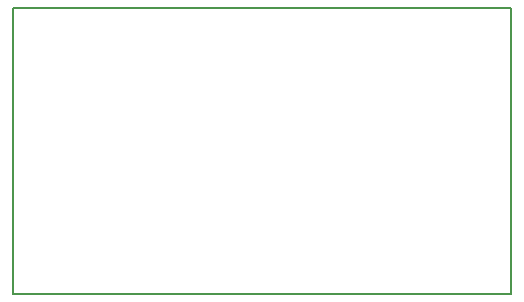
<source format=gbr>
G04 #@! TF.GenerationSoftware,KiCad,Pcbnew,(5.1.5)-3*
G04 #@! TF.CreationDate,2020-10-29T10:50:42+02:00*
G04 #@! TF.ProjectId,al8843,616c3838-3433-42e6-9b69-6361645f7063,rev?*
G04 #@! TF.SameCoordinates,Original*
G04 #@! TF.FileFunction,Other,User*
%FSLAX46Y46*%
G04 Gerber Fmt 4.6, Leading zero omitted, Abs format (unit mm)*
G04 Created by KiCad (PCBNEW (5.1.5)-3) date 2020-10-29 10:50:42*
%MOMM*%
%LPD*%
G04 APERTURE LIST*
%ADD10C,0.150000*%
G04 APERTURE END LIST*
D10*
X119500000Y-53700000D02*
X119500000Y-29500000D01*
X120000000Y-53700000D02*
X119500000Y-53700000D01*
X161600000Y-53700000D02*
X120000000Y-53700000D01*
X161600000Y-29500000D02*
X161600000Y-53700000D01*
X119500000Y-29500000D02*
X161600000Y-29500000D01*
M02*

</source>
